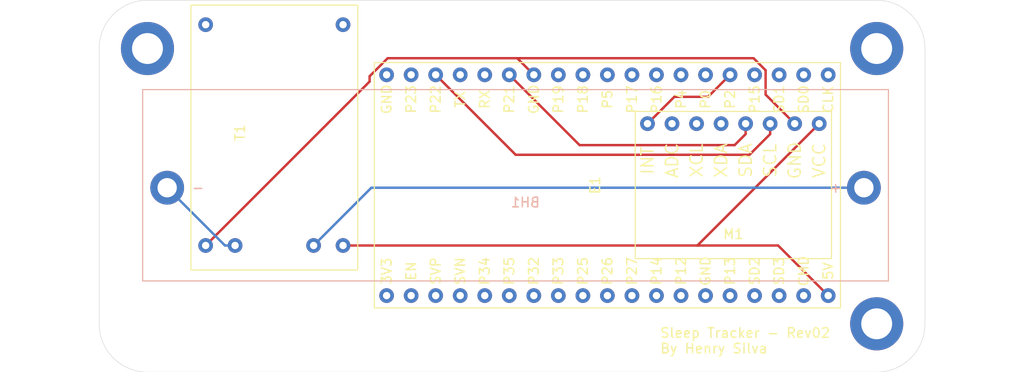
<source format=kicad_pcb>
(kicad_pcb (version 20171130) (host pcbnew "(5.1.0)-1")

  (general
    (thickness 1.6)
    (drawings 17)
    (tracks 29)
    (zones 0)
    (modules 7)
    (nets 46)
  )

  (page A4)
  (layers
    (0 F.Cu signal)
    (31 B.Cu signal)
    (32 B.Adhes user)
    (33 F.Adhes user)
    (34 B.Paste user)
    (35 F.Paste user)
    (36 B.SilkS user)
    (37 F.SilkS user)
    (38 B.Mask user)
    (39 F.Mask user)
    (40 Dwgs.User user)
    (41 Cmts.User user)
    (42 Eco1.User user)
    (43 Eco2.User user)
    (44 Edge.Cuts user)
    (45 Margin user)
    (46 B.CrtYd user)
    (47 F.CrtYd user)
    (48 B.Fab user)
    (49 F.Fab user)
  )

  (setup
    (last_trace_width 0.25)
    (trace_clearance 0.2)
    (zone_clearance 0.508)
    (zone_45_only no)
    (trace_min 0.2)
    (via_size 0.8)
    (via_drill 0.4)
    (via_min_size 0.4)
    (via_min_drill 0.3)
    (uvia_size 0.3)
    (uvia_drill 0.1)
    (uvias_allowed no)
    (uvia_min_size 0.2)
    (uvia_min_drill 0.1)
    (edge_width 0.05)
    (segment_width 0.2)
    (pcb_text_width 0.3)
    (pcb_text_size 1.5 1.5)
    (mod_edge_width 0.12)
    (mod_text_size 1 1)
    (mod_text_width 0.15)
    (pad_size 1.524 1.524)
    (pad_drill 0.762)
    (pad_to_mask_clearance 0.051)
    (solder_mask_min_width 0.25)
    (aux_axis_origin 0 0)
    (visible_elements FFFFFF7F)
    (pcbplotparams
      (layerselection 0x010fc_ffffffff)
      (usegerberextensions false)
      (usegerberattributes false)
      (usegerberadvancedattributes false)
      (creategerberjobfile false)
      (excludeedgelayer true)
      (linewidth 0.100000)
      (plotframeref false)
      (viasonmask false)
      (mode 1)
      (useauxorigin false)
      (hpglpennumber 1)
      (hpglpenspeed 20)
      (hpglpendiameter 15.000000)
      (psnegative false)
      (psa4output false)
      (plotreference true)
      (plotvalue true)
      (plotinvisibletext false)
      (padsonsilk false)
      (subtractmaskfromsilk false)
      (outputformat 1)
      (mirror false)
      (drillshape 0)
      (scaleselection 1)
      (outputdirectory "./"))
  )

  (net 0 "")
  (net 1 "Net-(BH1-Pad1)")
  (net 2 "Net-(BH1-Pad0)")
  (net 3 "Net-(E1-Pad1)")
  (net 4 "Net-(E1-Pad2)")
  (net 5 "Net-(E1-Pad3)")
  (net 6 "Net-(E1-Pad4)")
  (net 7 "Net-(E1-Pad5)")
  (net 8 "Net-(E1-Pad6)")
  (net 9 "Net-(E1-Pad7)")
  (net 10 "Net-(E1-Pad8)")
  (net 11 "Net-(E1-Pad9)")
  (net 12 "Net-(E1-Pad10)")
  (net 13 "Net-(E1-Pad11)")
  (net 14 "Net-(E1-Pad12)")
  (net 15 "Net-(E1-Pad13)")
  (net 16 "Net-(E1-Pad14)")
  (net 17 "Net-(E1-Pad15)")
  (net 18 "Net-(E1-Pad16)")
  (net 19 "Net-(E1-Pad17)")
  (net 20 "Net-(E1-Pad18)")
  (net 21 "Net-(E1-Pad19)")
  (net 22 "Net-(E1-Pad20)")
  (net 23 "Net-(E1-Pad21)")
  (net 24 "Net-(E1-Pad22)")
  (net 25 "Net-(E1-Pad23)")
  (net 26 "Net-(E1-Pad25)")
  (net 27 "Net-(E1-Pad24)")
  (net 28 "Net-(E1-Pad26)")
  (net 29 "Net-(E1-Pad27)")
  (net 30 "Net-(E1-Pad28)")
  (net 31 "Net-(E1-Pad29)")
  (net 32 "Net-(E1-Pad30)")
  (net 33 "Net-(E1-Pad31)")
  (net 34 "Net-(E1-Pad33)")
  (net 35 "Net-(E1-Pad32)")
  (net 36 "Net-(E1-Pad34)")
  (net 37 "Net-(E1-Pad35)")
  (net 38 "Net-(E1-Pad36)")
  (net 39 "Net-(E1-Pad37)")
  (net 40 "Net-(E1-Pad0)")
  (net 41 "Net-(M1-Pad3)")
  (net 42 "Net-(M1-Pad2)")
  (net 43 "Net-(M1-Pad1)")
  (net 44 "Net-(T1-Pad0)")
  (net 45 "Net-(T1-Pad1)")

  (net_class Default "This is the default net class."
    (clearance 0.2)
    (trace_width 0.25)
    (via_dia 0.8)
    (via_drill 0.4)
    (uvia_dia 0.3)
    (uvia_drill 0.1)
    (add_net "Net-(BH1-Pad0)")
    (add_net "Net-(BH1-Pad1)")
    (add_net "Net-(E1-Pad0)")
    (add_net "Net-(E1-Pad1)")
    (add_net "Net-(E1-Pad10)")
    (add_net "Net-(E1-Pad11)")
    (add_net "Net-(E1-Pad12)")
    (add_net "Net-(E1-Pad13)")
    (add_net "Net-(E1-Pad14)")
    (add_net "Net-(E1-Pad15)")
    (add_net "Net-(E1-Pad16)")
    (add_net "Net-(E1-Pad17)")
    (add_net "Net-(E1-Pad18)")
    (add_net "Net-(E1-Pad19)")
    (add_net "Net-(E1-Pad2)")
    (add_net "Net-(E1-Pad20)")
    (add_net "Net-(E1-Pad21)")
    (add_net "Net-(E1-Pad22)")
    (add_net "Net-(E1-Pad23)")
    (add_net "Net-(E1-Pad24)")
    (add_net "Net-(E1-Pad25)")
    (add_net "Net-(E1-Pad26)")
    (add_net "Net-(E1-Pad27)")
    (add_net "Net-(E1-Pad28)")
    (add_net "Net-(E1-Pad29)")
    (add_net "Net-(E1-Pad3)")
    (add_net "Net-(E1-Pad30)")
    (add_net "Net-(E1-Pad31)")
    (add_net "Net-(E1-Pad32)")
    (add_net "Net-(E1-Pad33)")
    (add_net "Net-(E1-Pad34)")
    (add_net "Net-(E1-Pad35)")
    (add_net "Net-(E1-Pad36)")
    (add_net "Net-(E1-Pad37)")
    (add_net "Net-(E1-Pad4)")
    (add_net "Net-(E1-Pad5)")
    (add_net "Net-(E1-Pad6)")
    (add_net "Net-(E1-Pad7)")
    (add_net "Net-(E1-Pad8)")
    (add_net "Net-(E1-Pad9)")
    (add_net "Net-(M1-Pad1)")
    (add_net "Net-(M1-Pad2)")
    (add_net "Net-(M1-Pad3)")
    (add_net "Net-(T1-Pad0)")
    (add_net "Net-(T1-Pad1)")
  )

  (module MountingHole:MountingHole_3.2mm_M3_ISO14580_Pad (layer F.Cu) (tedit 56D1B4CB) (tstamp 5CB9AF44)
    (at 147.5 93.75)
    (descr "Mounting Hole 3.2mm, M3, ISO14580")
    (tags "mounting hole 3.2mm m3 iso14580")
    (attr virtual)
    (fp_text reference REF** (at 0 -3.75) (layer F.Fab)
      (effects (font (size 1 1) (thickness 0.15)))
    )
    (fp_text value MountingHole_3.2mm_M3_ISO14580_Pad (at 0 3.75) (layer F.Fab)
      (effects (font (size 1 1) (thickness 0.15)))
    )
    (fp_circle (center 0 0) (end 3 0) (layer F.CrtYd) (width 0.05))
    (fp_circle (center 0 0) (end 2.75 0) (layer Cmts.User) (width 0.15))
    (fp_text user %R (at 0.3 0) (layer F.Fab)
      (effects (font (size 1 1) (thickness 0.15)))
    )
    (pad 1 thru_hole circle (at 0 0) (size 5.5 5.5) (drill 3.2) (layers *.Cu *.Mask))
  )

  (module MountingHole:MountingHole_3.2mm_M3_ISO14580_Pad (layer F.Cu) (tedit 56D1B4CB) (tstamp 5CB9AF6A)
    (at 72 65.25)
    (descr "Mounting Hole 3.2mm, M3, ISO14580")
    (tags "mounting hole 3.2mm m3 iso14580")
    (attr virtual)
    (fp_text reference REF** (at 0 -3.75) (layer F.Fab)
      (effects (font (size 1 1) (thickness 0.15)))
    )
    (fp_text value MountingHole_3.2mm_M3_ISO14580_Pad (at 0 3.75) (layer F.Fab)
      (effects (font (size 1 1) (thickness 0.15)))
    )
    (fp_text user %R (at 0.3 0) (layer F.Fab)
      (effects (font (size 1 1) (thickness 0.15)))
    )
    (fp_circle (center 0 0) (end 2.75 0) (layer Cmts.User) (width 0.15))
    (fp_circle (center 0 0) (end 3 0) (layer F.CrtYd) (width 0.05))
    (pad 1 thru_hole circle (at 0 0) (size 5.5 5.5) (drill 3.2) (layers *.Cu *.Mask))
  )

  (module MountingHole:MountingHole_3.2mm_M3_ISO14580_Pad (layer F.Cu) (tedit 56D1B4CB) (tstamp 5CB9AF20)
    (at 147.5 65.25)
    (descr "Mounting Hole 3.2mm, M3, ISO14580")
    (tags "mounting hole 3.2mm m3 iso14580")
    (attr virtual)
    (fp_text reference REF** (at 0 -3.75) (layer F.Fab)
      (effects (font (size 1 1) (thickness 0.15)))
    )
    (fp_text value MountingHole_3.2mm_M3_ISO14580_Pad (at 0 3.75) (layer F.Fab)
      (effects (font (size 1 1) (thickness 0.15)))
    )
    (fp_circle (center 0 0) (end 3 0) (layer F.CrtYd) (width 0.05))
    (fp_circle (center 0 0) (end 2.75 0) (layer Cmts.User) (width 0.15))
    (fp_text user %R (at 0.3 0) (layer F.Fab)
      (effects (font (size 1 1) (thickness 0.15)))
    )
    (pad 1 thru_hole circle (at 0 0) (size 5.5 5.5) (drill 3.2) (layers *.Cu *.Mask))
  )

  (module DogWifi_footprints:BH-18650-A (layer B.Cu) (tedit 5CB92EAE) (tstamp 5CB98EB8)
    (at 71.5 69.5)
    (path /5CB0610A)
    (fp_text reference BH1 (at 39.624 11.684) (layer B.SilkS)
      (effects (font (size 1 1) (thickness 0.15)) (justify mirror))
    )
    (fp_text value BH-18650-A (at 39.624 9.652) (layer B.Fab)
      (effects (font (size 1 1) (thickness 0.15)) (justify mirror))
    )
    (fp_line (start 0 19.812) (end 0 0) (layer B.SilkS) (width 0.12))
    (fp_line (start 70.104 19.812) (end 0 19.812) (layer B.SilkS) (width 0.12))
    (fp_line (start 0 0) (end 70.104 0) (layer B.SilkS) (width 0.12))
    (fp_line (start 77.216 19.812) (end 70.104 19.812) (layer B.SilkS) (width 0.12))
    (fp_line (start 77.216 0) (end 77.216 19.812) (layer B.SilkS) (width 0.12))
    (fp_line (start 70.104 0) (end 77.216 0) (layer B.SilkS) (width 0.12))
    (fp_text user - (at 5.75 10.16) (layer B.SilkS)
      (effects (font (size 1 1) (thickness 0.15)) (justify mirror))
    )
    (fp_text user + (at 71.75 10.16) (layer B.SilkS)
      (effects (font (size 1 1) (thickness 0.15)) (justify mirror))
    )
    (pad 1 thru_hole circle (at 74.676 10.16) (size 3.5 3.5) (drill 2) (layers *.Cu *.Mask)
      (net 1 "Net-(BH1-Pad1)"))
    (pad 0 thru_hole circle (at 2.54 10.16) (size 3.5 3.5) (drill 2) (layers *.Cu *.Mask)
      (net 2 "Net-(BH1-Pad0)"))
  )

  (module DogWifi_footprints:ESP-32S (layer F.Cu) (tedit 5CB0C281) (tstamp 5CB9A49C)
    (at 143.75 92.1 90)
    (path /5CB086CF)
    (fp_text reference E1 (at 12.7 -25.4 90) (layer F.SilkS)
      (effects (font (size 1 1) (thickness 0.15)))
    )
    (fp_text value ESP-32S (at 12.7 -27.94 90) (layer F.Fab)
      (effects (font (size 1 1) (thickness 0.15)))
    )
    (fp_line (start 0 0) (end 25.4 0) (layer F.SilkS) (width 0.12))
    (fp_line (start 25.4 0) (end 25.4 -48.26) (layer F.SilkS) (width 0.12))
    (fp_line (start 25.4 -48.26) (end 0 -48.26) (layer F.SilkS) (width 0.12))
    (fp_line (start 0 -48.26) (end 0 0) (layer F.SilkS) (width 0.12))
    (fp_text user 3V3 (at 3.81 -46.99 270) (layer F.SilkS)
      (effects (font (size 1 1) (thickness 0.15)))
    )
    (fp_text user EN (at 3.81 -44.45 90) (layer F.SilkS)
      (effects (font (size 1 1) (thickness 0.15)))
    )
    (fp_text user SVP (at 3.81 -41.91 90) (layer F.SilkS)
      (effects (font (size 1 1) (thickness 0.15)))
    )
    (fp_text user SVN (at 3.81 -39.37 90) (layer F.SilkS)
      (effects (font (size 1 1) (thickness 0.15)))
    )
    (fp_text user P34 (at 3.81 -36.83 90) (layer F.SilkS)
      (effects (font (size 1 1) (thickness 0.15)))
    )
    (fp_text user P35 (at 3.81 -34.29 90) (layer F.SilkS)
      (effects (font (size 1 1) (thickness 0.15)))
    )
    (fp_text user P32 (at 3.81 -31.75 90) (layer F.SilkS)
      (effects (font (size 1 1) (thickness 0.15)))
    )
    (fp_text user P33 (at 3.81 -29.21 90) (layer F.SilkS)
      (effects (font (size 1 1) (thickness 0.15)))
    )
    (fp_text user P25 (at 3.81 -26.67 90) (layer F.SilkS)
      (effects (font (size 1 1) (thickness 0.15)))
    )
    (fp_text user P26 (at 3.81 -24.13 90) (layer F.SilkS)
      (effects (font (size 1 1) (thickness 0.15)))
    )
    (fp_text user P27 (at 3.81 -21.59 90) (layer F.SilkS)
      (effects (font (size 1 1) (thickness 0.15)))
    )
    (fp_text user P14 (at 3.81 -19.05 90) (layer F.SilkS)
      (effects (font (size 1 1) (thickness 0.15)))
    )
    (fp_text user P12 (at 3.81 -16.51 90) (layer F.SilkS)
      (effects (font (size 1 1) (thickness 0.15)))
    )
    (fp_text user GND (at 3.81 -13.97 90) (layer F.SilkS)
      (effects (font (size 1 1) (thickness 0.15)))
    )
    (fp_text user P13 (at 3.81 -11.43 90) (layer F.SilkS)
      (effects (font (size 1 1) (thickness 0.15)))
    )
    (fp_text user SD2 (at 3.81 -8.89 90) (layer F.SilkS)
      (effects (font (size 1 1) (thickness 0.15)))
    )
    (fp_text user SD3 (at 3.81 -6.35 90) (layer F.SilkS)
      (effects (font (size 1 1) (thickness 0.15)))
    )
    (fp_text user CMD (at 3.81 -3.81 90) (layer F.SilkS)
      (effects (font (size 1 1) (thickness 0.15)))
    )
    (fp_text user 5V (at 3.81 -1.27 90) (layer F.SilkS)
      (effects (font (size 1 1) (thickness 0.15)))
    )
    (fp_text user CLK (at 21.59 -1.27 90) (layer F.SilkS)
      (effects (font (size 1 1) (thickness 0.15)))
    )
    (fp_text user SD0 (at 21.59 -3.81 90) (layer F.SilkS)
      (effects (font (size 1 1) (thickness 0.15)))
    )
    (fp_text user SD1 (at 21.59 -6.35 90) (layer F.SilkS)
      (effects (font (size 1 1) (thickness 0.15)))
    )
    (fp_text user P15 (at 21.59 -8.89 90) (layer F.SilkS)
      (effects (font (size 1 1) (thickness 0.15)))
    )
    (fp_text user P2 (at 21.59 -11.43 90) (layer F.SilkS)
      (effects (font (size 1 1) (thickness 0.15)))
    )
    (fp_text user P0 (at 21.59 -13.97 90) (layer F.SilkS)
      (effects (font (size 1 1) (thickness 0.15)))
    )
    (fp_text user P4 (at 21.59 -16.51 90) (layer F.SilkS)
      (effects (font (size 1 1) (thickness 0.15)))
    )
    (fp_text user P16 (at 21.59 -19.05 90) (layer F.SilkS)
      (effects (font (size 1 1) (thickness 0.15)))
    )
    (fp_text user P17 (at 21.59 -21.59 90) (layer F.SilkS)
      (effects (font (size 1 1) (thickness 0.15)))
    )
    (fp_text user P5 (at 21.59 -24.13 90) (layer F.SilkS)
      (effects (font (size 1 1) (thickness 0.15)))
    )
    (fp_text user P18 (at 21.59 -26.67 90) (layer F.SilkS)
      (effects (font (size 1 1) (thickness 0.15)))
    )
    (fp_text user GND (at 21.59 -31.75 90) (layer F.SilkS)
      (effects (font (size 1 1) (thickness 0.15)))
    )
    (fp_text user P19 (at 21.59 -29.21 90) (layer F.SilkS)
      (effects (font (size 1 1) (thickness 0.15)))
    )
    (fp_text user P21 (at 21.59 -34.29 90) (layer F.SilkS)
      (effects (font (size 1 1) (thickness 0.15)))
    )
    (fp_text user RX (at 21.59 -36.83 90) (layer F.SilkS)
      (effects (font (size 1 1) (thickness 0.15)))
    )
    (fp_text user TX (at 21.59 -39.37 90) (layer F.SilkS)
      (effects (font (size 1 1) (thickness 0.15)))
    )
    (fp_text user P22 (at 21.59 -41.91 90) (layer F.SilkS)
      (effects (font (size 1 1) (thickness 0.15)))
    )
    (fp_text user P23 (at 21.59 -44.45 90) (layer F.SilkS)
      (effects (font (size 1 1) (thickness 0.15)))
    )
    (fp_text user GND (at 21.59 -46.99 90) (layer F.SilkS)
      (effects (font (size 1 1) (thickness 0.15)))
    )
    (pad 1 thru_hole circle (at 1.27 -44.45 90) (size 1.524 1.524) (drill 0.762) (layers *.Cu *.Mask)
      (net 3 "Net-(E1-Pad1)"))
    (pad 2 thru_hole circle (at 1.27 -41.91 90) (size 1.524 1.524) (drill 0.762) (layers *.Cu *.Mask)
      (net 4 "Net-(E1-Pad2)"))
    (pad 3 thru_hole circle (at 1.27 -39.37 90) (size 1.524 1.524) (drill 0.762) (layers *.Cu *.Mask)
      (net 5 "Net-(E1-Pad3)"))
    (pad 4 thru_hole circle (at 1.27 -36.83 90) (size 1.524 1.524) (drill 0.762) (layers *.Cu *.Mask)
      (net 6 "Net-(E1-Pad4)"))
    (pad 5 thru_hole circle (at 1.27 -34.29 90) (size 1.524 1.524) (drill 0.762) (layers *.Cu *.Mask)
      (net 7 "Net-(E1-Pad5)"))
    (pad 6 thru_hole circle (at 1.27 -31.75 90) (size 1.524 1.524) (drill 0.762) (layers *.Cu *.Mask)
      (net 8 "Net-(E1-Pad6)"))
    (pad 7 thru_hole circle (at 1.27 -29.21 90) (size 1.524 1.524) (drill 0.762) (layers *.Cu *.Mask)
      (net 9 "Net-(E1-Pad7)"))
    (pad 8 thru_hole circle (at 1.27 -26.67 90) (size 1.524 1.524) (drill 0.762) (layers *.Cu *.Mask)
      (net 10 "Net-(E1-Pad8)"))
    (pad 9 thru_hole circle (at 1.27 -24.13 90) (size 1.524 1.524) (drill 0.762) (layers *.Cu *.Mask)
      (net 11 "Net-(E1-Pad9)"))
    (pad 10 thru_hole circle (at 1.27 -21.59 90) (size 1.524 1.524) (drill 0.762) (layers *.Cu *.Mask)
      (net 12 "Net-(E1-Pad10)"))
    (pad 11 thru_hole circle (at 1.27 -19.05 90) (size 1.524 1.524) (drill 0.762) (layers *.Cu *.Mask)
      (net 13 "Net-(E1-Pad11)"))
    (pad 12 thru_hole circle (at 1.27 -16.51 90) (size 1.524 1.524) (drill 0.762) (layers *.Cu *.Mask)
      (net 14 "Net-(E1-Pad12)"))
    (pad 13 thru_hole circle (at 1.27 -13.97 90) (size 1.524 1.524) (drill 0.762) (layers *.Cu *.Mask)
      (net 15 "Net-(E1-Pad13)"))
    (pad 14 thru_hole circle (at 1.27 -11.43 90) (size 1.524 1.524) (drill 0.762) (layers *.Cu *.Mask)
      (net 16 "Net-(E1-Pad14)"))
    (pad 15 thru_hole circle (at 1.27 -8.89 90) (size 1.524 1.524) (drill 0.762) (layers *.Cu *.Mask)
      (net 17 "Net-(E1-Pad15)"))
    (pad 16 thru_hole circle (at 1.27 -6.35 90) (size 1.524 1.524) (drill 0.762) (layers *.Cu *.Mask)
      (net 18 "Net-(E1-Pad16)"))
    (pad 17 thru_hole circle (at 1.27 -3.81 90) (size 1.524 1.524) (drill 0.762) (layers *.Cu *.Mask)
      (net 19 "Net-(E1-Pad17)"))
    (pad 18 thru_hole circle (at 1.27 -1.27 90) (size 1.524 1.524) (drill 0.762) (layers *.Cu *.Mask)
      (net 20 "Net-(E1-Pad18)"))
    (pad 19 thru_hole circle (at 24.13 -46.99 90) (size 1.524 1.524) (drill 0.762) (layers *.Cu *.Mask)
      (net 21 "Net-(E1-Pad19)"))
    (pad 20 thru_hole circle (at 24.13 -44.45 90) (size 1.524 1.524) (drill 0.762) (layers *.Cu *.Mask)
      (net 22 "Net-(E1-Pad20)"))
    (pad 21 thru_hole circle (at 24.13 -41.91 90) (size 1.524 1.524) (drill 0.762) (layers *.Cu *.Mask)
      (net 23 "Net-(E1-Pad21)"))
    (pad 22 thru_hole circle (at 24.13 -39.37 90) (size 1.524 1.524) (drill 0.762) (layers *.Cu *.Mask)
      (net 24 "Net-(E1-Pad22)"))
    (pad 23 thru_hole circle (at 24.13 -36.83 90) (size 1.524 1.524) (drill 0.762) (layers *.Cu *.Mask)
      (net 25 "Net-(E1-Pad23)"))
    (pad 25 thru_hole circle (at 24.13 -31.75 90) (size 1.524 1.524) (drill 0.762) (layers *.Cu *.Mask)
      (net 26 "Net-(E1-Pad25)"))
    (pad 24 thru_hole circle (at 24.13 -34.29 90) (size 1.524 1.524) (drill 0.762) (layers *.Cu *.Mask)
      (net 27 "Net-(E1-Pad24)"))
    (pad 26 thru_hole circle (at 24.13 -29.21 90) (size 1.524 1.524) (drill 0.762) (layers *.Cu *.Mask)
      (net 28 "Net-(E1-Pad26)"))
    (pad 27 thru_hole circle (at 24.13 -26.67 90) (size 1.524 1.524) (drill 0.762) (layers *.Cu *.Mask)
      (net 29 "Net-(E1-Pad27)"))
    (pad 28 thru_hole circle (at 24.13 -24.13 90) (size 1.524 1.524) (drill 0.762) (layers *.Cu *.Mask)
      (net 30 "Net-(E1-Pad28)"))
    (pad 29 thru_hole circle (at 24.13 -21.59 90) (size 1.524 1.524) (drill 0.762) (layers *.Cu *.Mask)
      (net 31 "Net-(E1-Pad29)"))
    (pad 30 thru_hole circle (at 24.13 -19.05 90) (size 1.524 1.524) (drill 0.762) (layers *.Cu *.Mask)
      (net 32 "Net-(E1-Pad30)"))
    (pad 31 thru_hole circle (at 24.13 -16.51 90) (size 1.524 1.524) (drill 0.762) (layers *.Cu *.Mask)
      (net 33 "Net-(E1-Pad31)"))
    (pad 33 thru_hole circle (at 24.13 -11.43 90) (size 1.524 1.524) (drill 0.762) (layers *.Cu *.Mask)
      (net 34 "Net-(E1-Pad33)"))
    (pad 32 thru_hole circle (at 24.13 -13.97 90) (size 1.524 1.524) (drill 0.762) (layers *.Cu *.Mask)
      (net 35 "Net-(E1-Pad32)"))
    (pad 34 thru_hole circle (at 24.13 -8.89 90) (size 1.524 1.524) (drill 0.762) (layers *.Cu *.Mask)
      (net 36 "Net-(E1-Pad34)"))
    (pad 35 thru_hole circle (at 24.13 -6.35 90) (size 1.524 1.524) (drill 0.762) (layers *.Cu *.Mask)
      (net 37 "Net-(E1-Pad35)"))
    (pad 36 thru_hole circle (at 24.13 -3.81 90) (size 1.524 1.524) (drill 0.762) (layers *.Cu *.Mask)
      (net 38 "Net-(E1-Pad36)"))
    (pad 37 thru_hole circle (at 24.13 -1.27 90) (size 1.524 1.524) (drill 0.762) (layers *.Cu *.Mask)
      (net 39 "Net-(E1-Pad37)"))
    (pad 0 thru_hole circle (at 1.27 -46.99 90) (size 1.524 1.524) (drill 0.762) (layers *.Cu *.Mask)
      (net 40 "Net-(E1-Pad0)"))
  )

  (module DogWifi_footprints:MPU6050 (layer F.Cu) (tedit 5CB00A59) (tstamp 5CB98F24)
    (at 122.5 87)
    (descr "Footprint for unmodified MPU6050")
    (path /5CB27358)
    (fp_text reference M1 (at 10.16 -2.54) (layer F.SilkS)
      (effects (font (size 1 1) (thickness 0.15)))
    )
    (fp_text value MPU6050 (at 10.16 -5.08) (layer F.Fab)
      (effects (font (size 1 1) (thickness 0.15)))
    )
    (fp_line (start 0 -15.24) (end 0 0) (layer F.SilkS) (width 0.12))
    (fp_line (start 20.32 -15.24) (end 0 -15.24) (layer F.SilkS) (width 0.12))
    (fp_line (start 20.32 0) (end 20.32 -15.24) (layer F.SilkS) (width 0.12))
    (fp_line (start 0 0) (end 20.32 0) (layer F.SilkS) (width 0.12))
    (fp_text user INT (at 1.27 -10.16 270) (layer F.SilkS)
      (effects (font (size 1.27 1.27) (thickness 0.15)))
    )
    (fp_text user ADC (at 3.81 -10.16 270) (layer F.SilkS)
      (effects (font (size 1.27 1.27) (thickness 0.15)))
    )
    (fp_text user XCL (at 6.35 -10.16 90) (layer F.SilkS)
      (effects (font (size 1.27 1.27) (thickness 0.15)))
    )
    (fp_text user XDA (at 8.89 -10.16 90) (layer F.SilkS)
      (effects (font (size 1.27 1.27) (thickness 0.15)))
    )
    (fp_text user SDA (at 11.43 -10.16 90) (layer F.SilkS)
      (effects (font (size 1.27 1.27) (thickness 0.15)))
    )
    (fp_text user SCL (at 13.97 -10.16 90) (layer F.SilkS)
      (effects (font (size 1.27 1.27) (thickness 0.15)))
    )
    (fp_text user GND (at 16.51 -10.16 90) (layer F.SilkS)
      (effects (font (size 1.27 1.27) (thickness 0.15)))
    )
    (fp_text user VCC (at 19.05 -10.16 90) (layer F.SilkS)
      (effects (font (size 1.27 1.27) (thickness 0.15)))
    )
    (pad 7 thru_hole circle (at 19.05 -13.97) (size 1.524 1.524) (drill 0.762) (layers *.Cu *.Mask)
      (net 20 "Net-(E1-Pad18)"))
    (pad 6 thru_hole circle (at 16.51 -13.97) (size 1.524 1.524) (drill 0.762) (layers *.Cu *.Mask)
      (net 26 "Net-(E1-Pad25)"))
    (pad 5 thru_hole circle (at 13.97 -13.97) (size 1.524 1.524) (drill 0.762) (layers *.Cu *.Mask)
      (net 23 "Net-(E1-Pad21)"))
    (pad 4 thru_hole circle (at 11.43 -13.97) (size 1.524 1.524) (drill 0.762) (layers *.Cu *.Mask)
      (net 27 "Net-(E1-Pad24)"))
    (pad 3 thru_hole circle (at 8.89 -13.97) (size 1.524 1.524) (drill 0.762) (layers *.Cu *.Mask)
      (net 41 "Net-(M1-Pad3)"))
    (pad 2 thru_hole circle (at 6.35 -13.97) (size 1.524 1.524) (drill 0.762) (layers *.Cu *.Mask)
      (net 42 "Net-(M1-Pad2)"))
    (pad 1 thru_hole circle (at 3.81 -13.97) (size 1.524 1.524) (drill 0.762) (layers *.Cu *.Mask)
      (net 43 "Net-(M1-Pad1)"))
    (pad 0 thru_hole circle (at 1.27 -13.97) (size 1.524 1.524) (drill 0.762) (layers *.Cu *.Mask)
      (net 34 "Net-(E1-Pad33)"))
  )

  (module DogWifi_footprints:03962A (layer F.Cu) (tedit 5CB269B1) (tstamp 5CB9A019)
    (at 76.5 60.75 270)
    (path /5CB06A76)
    (fp_text reference T1 (at 13.208 -5.08 270) (layer F.SilkS)
      (effects (font (size 1 1) (thickness 0.15)))
    )
    (fp_text value 03962A (at 13.208 -3.048 270) (layer F.Fab)
      (effects (font (size 1 1) (thickness 0.15)))
    )
    (fp_line (start 0 -17.272) (end 0 0) (layer F.SilkS) (width 0.12))
    (fp_line (start 27.432 -17.272) (end 0 -17.272) (layer F.SilkS) (width 0.12))
    (fp_line (start 27.432 0) (end 27.432 -17.272) (layer F.SilkS) (width 0.12))
    (fp_line (start 0 0) (end 27.432 0) (layer F.SilkS) (width 0.12))
    (pad 3 thru_hole circle (at 24.892 -12.7 270) (size 1.524 1.524) (drill 0.762) (layers *.Cu *.Mask)
      (net 1 "Net-(BH1-Pad1)"))
    (pad 2 thru_hole circle (at 24.892 -15.748 270) (size 1.524 1.524) (drill 0.762) (layers *.Cu *.Mask)
      (net 20 "Net-(E1-Pad18)"))
    (pad 4 thru_hole circle (at 24.892 -4.572 270) (size 1.524 1.524) (drill 0.762) (layers *.Cu *.Mask)
      (net 2 "Net-(BH1-Pad0)"))
    (pad 5 thru_hole circle (at 24.892 -1.524 270) (size 1.524 1.524) (drill 0.762) (layers *.Cu *.Mask)
      (net 26 "Net-(E1-Pad25)"))
    (pad 0 thru_hole circle (at 2.032 -15.748 270) (size 1.524 1.524) (drill 0.762) (layers *.Cu *.Mask)
      (net 44 "Net-(T1-Pad0)"))
    (pad 1 thru_hole circle (at 2.032 -1.524 270) (size 1.524 1.524) (drill 0.762) (layers *.Cu *.Mask)
      (net 45 "Net-(T1-Pad1)"))
  )

  (gr_text "Sleep Tracker - Rev02\nBy Henry Silva" (at 125 95.5) (layer F.SilkS)
    (effects (font (size 1 1) (thickness 0.15)) (justify left))
  )
  (gr_line (start 72 98.75) (end 147.5 98.75) (layer Edge.Cuts) (width 0.05) (tstamp 5CB9AF90))
  (gr_line (start 67 93.75) (end 67 65.25) (layer Edge.Cuts) (width 0.05) (tstamp 5CB9AF8F))
  (gr_arc (start 72 93.75) (end 67 93.75) (angle -90) (layer Edge.Cuts) (width 0.05) (tstamp 5CB9AF85))
  (gr_line (start 152.5 65.25) (end 152.5 93.75) (layer Edge.Cuts) (width 0.05) (tstamp 5CB9AF80))
  (gr_line (start 72 60.25) (end 147.5 60.25) (layer Edge.Cuts) (width 0.05) (tstamp 5CB9AF7F))
  (gr_arc (start 72 65.25) (end 72 60.25) (angle -90) (layer Edge.Cuts) (width 0.05) (tstamp 5CB9AF54))
  (gr_arc (start 147.5 93.75) (end 147.5 98.75) (angle -90) (layer Edge.Cuts) (width 0.05) (tstamp 5CB9AF30))
  (gr_arc (start 147.5 65.25) (end 152.5 65.25) (angle -90) (layer Edge.Cuts) (width 0.05))
  (gr_line (start 147 87.25) (end 73.5 87.25) (layer F.Fab) (width 0.12) (tstamp 5CB99410))
  (gr_line (start 147 84.25) (end 147 87.25) (layer F.Fab) (width 0.12))
  (gr_line (start 73.5 84.25) (end 146.75 84.25) (layer F.Fab) (width 0.12))
  (gr_line (start 73.5 87.25) (end 73.5 84.25) (layer F.Fab) (width 0.12) (tstamp 5CB9940B))
  (gr_line (start 73.5 74.5) (end 73.5 71.5) (layer F.Fab) (width 0.12) (tstamp 5CB993F3))
  (gr_line (start 147 74.5) (end 73.5 74.5) (layer F.Fab) (width 0.12))
  (gr_line (start 147 71.5) (end 147 74.5) (layer F.Fab) (width 0.12))
  (gr_line (start 73.5 71.5) (end 147 71.5) (layer F.Fab) (width 0.12))

  (segment (start 95.182 79.66) (end 89.2 85.642) (width 0.25) (layer B.Cu) (net 1))
  (segment (start 146.176 79.66) (end 95.182 79.66) (width 0.25) (layer B.Cu) (net 1))
  (segment (start 80.022 85.642) (end 81.072 85.642) (width 0.25) (layer B.Cu) (net 2))
  (segment (start 74.04 79.66) (end 80.022 85.642) (width 0.25) (layer B.Cu) (net 2))
  (segment (start 128.938 85.642) (end 141.55 73.03) (width 0.25) (layer F.Cu) (net 20))
  (segment (start 92.248 85.642) (end 128.938 85.642) (width 0.25) (layer F.Cu) (net 20))
  (segment (start 137.292 85.642) (end 142.48 90.83) (width 0.25) (layer F.Cu) (net 20))
  (segment (start 128.938 85.642) (end 137.292 85.642) (width 0.25) (layer F.Cu) (net 20))
  (segment (start 136.47 74.10763) (end 134.32763 76.25) (width 0.25) (layer F.Cu) (net 23))
  (segment (start 136.47 73.03) (end 136.47 74.10763) (width 0.25) (layer F.Cu) (net 23))
  (segment (start 110.12 76.25) (end 101.84 67.97) (width 0.25) (layer F.Cu) (net 23))
  (segment (start 134.32763 76.25) (end 110.12 76.25) (width 0.25) (layer F.Cu) (net 23))
  (segment (start 78.024 85.642) (end 95 68.666) (width 0.25) (layer F.Cu) (net 26))
  (segment (start 95 68.121238) (end 96.871238 66.25) (width 0.25) (layer F.Cu) (net 26))
  (segment (start 95 68.666) (end 95 68.121238) (width 0.25) (layer F.Cu) (net 26))
  (segment (start 110.28 66.25) (end 112 67.97) (width 0.25) (layer F.Cu) (net 26))
  (segment (start 96.871238 66.25) (end 110.28 66.25) (width 0.25) (layer F.Cu) (net 26))
  (segment (start 134.748762 66.25) (end 136 67.501238) (width 0.25) (layer F.Cu) (net 26))
  (segment (start 110.28 66.25) (end 134.748762 66.25) (width 0.25) (layer F.Cu) (net 26))
  (segment (start 136 70.02) (end 139.01 73.03) (width 0.25) (layer F.Cu) (net 26))
  (segment (start 136 67.501238) (end 136 70.02) (width 0.25) (layer F.Cu) (net 26))
  (segment (start 133.93 74.10763) (end 132.78763 75.25) (width 0.25) (layer F.Cu) (net 27))
  (segment (start 133.93 73.03) (end 133.93 74.10763) (width 0.25) (layer F.Cu) (net 27))
  (segment (start 116.74 75.25) (end 109.46 67.97) (width 0.25) (layer F.Cu) (net 27))
  (segment (start 132.78763 75.25) (end 116.74 75.25) (width 0.25) (layer F.Cu) (net 27))
  (segment (start 131.558001 68.731999) (end 132.32 67.97) (width 0.25) (layer F.Cu) (net 34))
  (segment (start 130.04 70.25) (end 131.558001 68.731999) (width 0.25) (layer F.Cu) (net 34))
  (segment (start 126.55 70.25) (end 130.04 70.25) (width 0.25) (layer F.Cu) (net 34))
  (segment (start 123.77 73.03) (end 126.55 70.25) (width 0.25) (layer F.Cu) (net 34))

)

</source>
